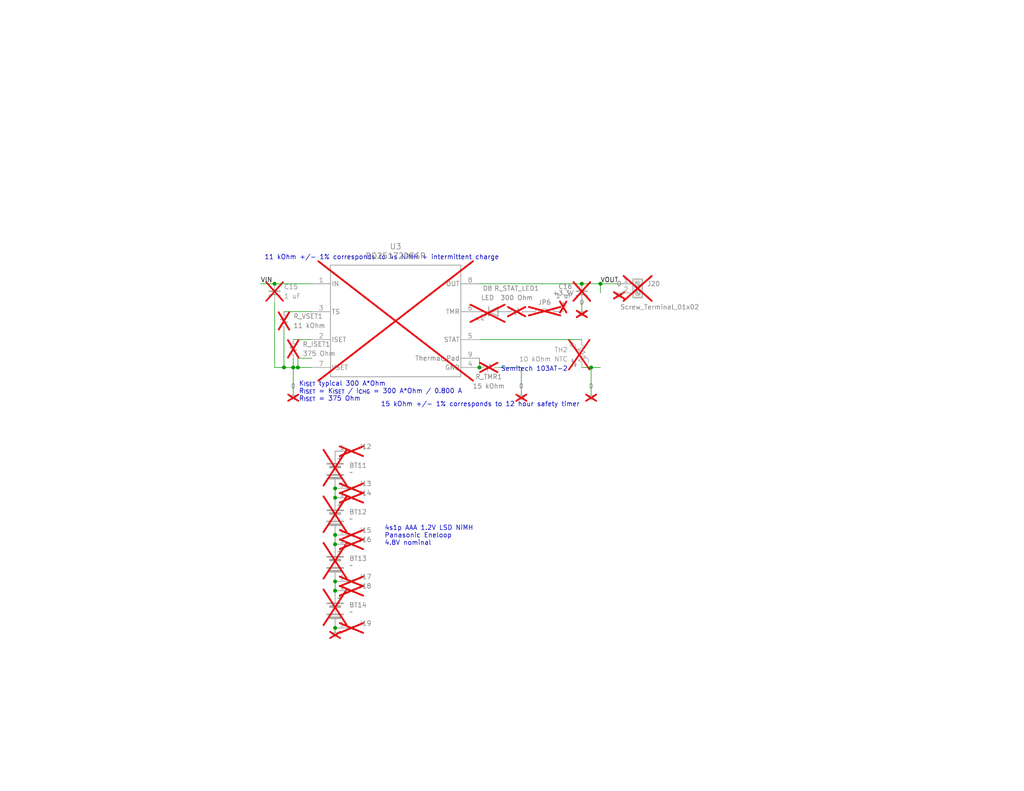
<source format=kicad_sch>
(kicad_sch (version 20250114) (generator "eeschema") (generator_version "9.0")
  (paper "USLetter")
  (title_block (title "ENTS Node Battery Module") (date "2025-08-26") (rev "3") (comment 1 "Jack Lin"))
  (lib_symbols
    (symbol "BQ25172:BQ25172DSGR" (pin_names (offset 0.254))
      (property "Reference" "U" (at 0 2.54 0))
      (property "Value" "BQ25172DSGR" (at 0 0 0))
      (symbol "BQ25172DSGR_0_1"
        (polyline (pts (xy 5.08 5.08) (xy 5.08 -25.4)) (stroke (width 0.2032)))
        (polyline (pts (xy 5.08 -25.4) (xy 40.64 -25.4)) (stroke (width 0.2032)))
        (polyline (pts (xy 40.64 5.08) (xy 5.08 5.08)) (stroke (width 0.2032)))
        (polyline (pts (xy 40.64 -25.4) (xy 40.64 5.08)) (stroke (width 0.2032)))
        (pin power_in line (at 0 0 0) (length 5.08) (name "IN") (number "1"))
        (pin input line (at 45.72 -7.62 180) (length 5.08) (name "TMR") (number "6"))
        (pin unspecified line (at 45.72 -20.32 180) (length 5.08) (name "Thermal_Pad") (number "9"))
        (pin power_in line (at 45.72 -22.86 180) (length 5.08) (name "GND") (number "4"))
      )
      (symbol "BQ25172DSGR_1_1"
        (pin input line (at 0 -7.62 0) (length 5.08) (name "TS") (number "3"))
        (pin input line (at 0 -15.24 0) (length 5.08) (name "ISET") (number "2"))
        (pin input line (at 0 -22.86 0) (length 5.08) (name "VSET") (number "7"))
        (pin power_out line (at 45.72 0 180) (length 5.08) (name "OUT") (number "8"))
        (pin output line (at 45.72 -15.24 180) (length 5.08) (name "STAT") (number "5"))
      )
    )
    (symbol "Connector:Conn_01x01_Socket" (pin_names (offset 1.016) (hide yes))
      (property "Reference" "J" (at 0 2.54 0))
      (property "Value" "Conn_01x01_Socket" (at 0 -2.54 0))
      (symbol "Conn_01x01_Socket_1_1"
        (polyline (pts (xy -1.27 0) (xy -0.508 0)) (stroke (width 0.1524)))
        (arc (start 0 -0.508) (mid -0.5058 0) (end 0 0.508) (stroke (width 0.1524)))
        (pin passive line (at -5.08 0 0) (length 3.81) (name "Pin_1") (number "1"))
      )
    )
    (symbol "Connector:Screw_Terminal_01x02" (pin_names (offset 1.016) (hide yes))
      (property "Reference" "J" (at 0 2.54 0))
      (property "Value" "Screw_Terminal_01x02" (at 0 -5.08 0))
      (symbol "Screw_Terminal_01x02_1_1"
        (rectangle (start -1.27 1.27) (end 1.27 -3.81) (stroke (width 0.254)) (fill (type background)))
        (polyline (pts (xy -0.5334 0.3302) (xy 0.3302 -0.508)) (stroke (width 0.1524)))
        (polyline (pts (xy -0.5334 -2.2098) (xy 0.3302 -3.048)) (stroke (width 0.1524)))
        (polyline (pts (xy -0.3556 0.508) (xy 0.508 -0.3302)) (stroke (width 0.1524)))
        (polyline (pts (xy -0.3556 -2.032) (xy 0.508 -2.8702)) (stroke (width 0.1524)))
        (circle (center 0 0) (radius 0.635) (stroke (width 0.1524)))
        (circle (center 0 -2.54) (radius 0.635) (stroke (width 0.1524)))
        (pin passive line (at -5.08 0 0) (length 3.81) (name "Pin_1") (number "1"))
        (pin passive line (at -5.08 -2.54 0) (length 3.81) (name "Pin_2") (number "2"))
      )
    )
    (symbol "Device:Battery" (pin_numbers (hide yes)) (pin_names (offset 0) (hide yes))
      (property "Reference" "BT" (at 2.54 2.54 0))
      (property "Value" "Battery" (at 2.54 0 0))
      (symbol "Battery_0_1"
        (rectangle (start -2.286 1.778) (end 2.286 1.524) (fill (type outline)))
        (rectangle (start -2.286 -1.27) (end 2.286 -1.524) (fill (type outline)))
        (rectangle (start -1.524 1.016) (end 1.524 0.508) (fill (type outline)))
        (rectangle (start -1.524 -2.032) (end 1.524 -2.54) (fill (type outline)))
        (polyline (pts (xy 0 1.778) (xy 0 2.54)))
        (polyline (pts (xy 0 0) (xy 0 0.254)))
        (polyline (pts (xy 0 -0.508) (xy 0 -0.254)))
        (polyline (pts (xy 0 -1.016) (xy 0 -0.762)))
        (polyline (pts (xy 0.762 3.048) (xy 1.778 3.048)) (stroke (width 0.254)))
        (polyline (pts (xy 1.27 3.556) (xy 1.27 2.54)) (stroke (width 0.254)))
      )
      (symbol "Battery_1_1"
        (pin passive line (at 0 5.08 270) (length 2.54) (name "+") (number "1"))
        (pin passive line (at 0 -5.08 90) (length 2.54) (name "-") (number "2"))
      )
    )
    (symbol "Device:C_Polarized_Small_US" (pin_numbers (hide yes)) (pin_names (offset 0.254) (hide yes))
      (property "Reference" "C" (at 0.254 1.778 0))
      (property "Value" "C_Polarized_Small_US" (at 0.254 -2.032 0))
      (symbol "C_Polarized_Small_US_0_1"
        (polyline (pts (xy -1.524 0.508) (xy 1.524 0.508)) (stroke (width 0.3048)))
        (polyline (pts (xy -1.27 1.524) (xy -0.762 1.524)))
        (polyline (pts (xy -1.016 1.27) (xy -1.016 1.778)))
        (arc (start -1.524 -0.762) (mid 0 -0.3734) (end 1.524 -0.762) (stroke (width 0.3048)))
      )
      (symbol "C_Polarized_Small_US_1_1"
        (pin passive line (at 0 2.54 270) (length 2.032) (name "~") (number "1"))
        (pin passive line (at 0 -2.54 90) (length 2.032) (name "~") (number "2"))
      )
    )
    (symbol "Device:LED" (pin_numbers (hide yes)) (pin_names (offset 1.016) (hide yes))
      (property "Reference" "D" (at 0 2.54 0))
      (property "Value" "LED" (at 0 -2.54 0))
      (symbol "LED_0_1"
        (polyline (pts (xy -3.048 -0.762) (xy -4.572 -2.286) (xy -3.81 -2.286) (xy -4.572 -2.286) (xy -4.572 -1.524)))
        (polyline (pts (xy -1.778 -0.762) (xy -3.302 -2.286) (xy -2.54 -2.286) (xy -3.302 -2.286) (xy -3.302 -1.524)))
        (polyline (pts (xy -1.27 0) (xy 1.27 0)))
        (polyline (pts (xy -1.27 -1.27) (xy -1.27 1.27)) (stroke (width 0.254)))
        (polyline (pts (xy 1.27 -1.27) (xy 1.27 1.27) (xy -1.27 0) (xy 1.27 -1.27)) (stroke (width 0.254)))
      )
      (symbol "LED_1_1"
        (pin passive line (at -3.81 0 0) (length 2.54) (name "K") (number "1"))
        (pin passive line (at 3.81 0 180) (length 2.54) (name "A") (number "2"))
      )
    )
    (symbol "Device:R_Small_US" (pin_numbers (hide yes)) (pin_names (offset 0.254) (hide yes))
      (property "Reference" "R" (at 0.762 0.508 0))
      (property "Value" "R_Small_US" (at 0.762 -1.016 0))
      (symbol "R_Small_US_1_1"
        (polyline (pts (xy 0 1.524) (xy 1.016 1.143) (xy 0 0.762) (xy -1.016 0.381) (xy 0 0)))
        (polyline (pts (xy 0 0) (xy 1.016 -0.381) (xy 0 -0.762) (xy -1.016 -1.143) (xy 0 -1.524)))
        (pin passive line (at 0 2.54 270) (length 1.016) (name "~") (number "1"))
        (pin passive line (at 0 -2.54 90) (length 1.016) (name "~") (number "2"))
      )
    )
    (symbol "Device:Thermistor_NTC_US" (pin_numbers (hide yes)) (pin_names (offset 0))
      (property "Reference" "TH" (at -4.445 0 90))
      (property "Value" "Thermistor_NTC_US" (at 3.175 0 90))
      (symbol "Thermistor_NTC_US_0_1"
        (arc (start -3.175 2.413) (mid -3.0506 2.3165) (end -3.048 2.159))
        (arc (start -3.048 2.794) (mid -2.9736 2.9736) (end -2.794 3.048))
        (arc (start -2.794 3.048) (mid -2.6144 2.9736) (end -2.54 2.794))
        (arc (start -2.794 2.54) (mid -2.9736 2.6144) (end -3.048 2.794))
        (arc (start -2.794 1.905) (mid -2.9736 1.9794) (end -3.048 2.159))
        (arc (start -2.54 2.159) (mid -2.6144 1.9794) (end -2.794 1.905))
        (arc (start -2.159 2.794) (mid -2.434 2.5608) (end -2.794 2.54))
        (polyline (pts (xy -2.54 2.159) (xy -2.54 2.794)))
        (polyline (pts (xy -2.54 -3.683) (xy -2.54 -1.397) (xy -2.794 -2.159) (xy -2.286 -2.159) (xy -2.54 -1.397) (xy -2.54 -1.651)) (fill (type outline)))
        (polyline (pts (xy -1.778 2.54) (xy -1.778 1.524) (xy 1.778 -1.524) (xy 1.778 -2.54)))
        (polyline (pts (xy -1.778 -1.397) (xy -1.778 -3.683) (xy -2.032 -2.921) (xy -1.524 -2.921) (xy -1.778 -3.683) (xy -1.778 -3.429)) (fill (type outline)))
        (polyline (pts (xy 0 2.286) (xy 0 2.54)))
        (polyline (pts (xy 0 2.286) (xy 1.016 1.905) (xy 0 1.524) (xy -1.016 1.143) (xy 0 0.762)))
        (polyline (pts (xy 0 0.762) (xy 1.016 0.381) (xy 0 0) (xy -1.016 -0.381) (xy 0 -0.762)))
        (polyline (pts (xy 0 -0.762) (xy 1.016 -1.143) (xy 0 -1.524) (xy -1.016 -1.905) (xy 0 -2.286)))
        (polyline (pts (xy 0 -2.286) (xy 0 -2.54)))
      )
      (symbol "Thermistor_NTC_US_1_1"
        (pin passive line (at 0 3.81 270) (length 1.27) (name "~") (number "1"))
        (pin passive line (at 0 -3.81 90) (length 1.27) (name "~") (number "2"))
      )
    )
    (symbol "Jumper:Jumper_2_Bridged" (pin_numbers (hide yes)) (pin_names (offset 0) (hide yes)) (exclude_from_sim yes)
      (property "Reference" "JP" (at 0 1.905 0))
      (property "Value" "Jumper_2_Bridged" (at 0 -2.54 0))
      (symbol "Jumper_2_Bridged_0_0"
        (circle (center -2.032 0) (radius 0.508))
        (circle (center 2.032 0) (radius 0.508))
      )
      (symbol "Jumper_2_Bridged_0_1"
        (arc (start -1.524 0.254) (mid 0 0.762) (end 1.524 0.254))
      )
      (symbol "Jumper_2_Bridged_1_1"
        (pin passive line (at -5.08 0 0) (length 2.54) (name "A") (number "1"))
        (pin passive line (at 5.08 0 180) (length 2.54) (name "B") (number "2"))
      )
    )
    (symbol "Simulation_SPICE:0" (power) (pin_numbers (hide yes)) (pin_names (offset 0) (hide yes))
      (property "Value" "0" (at 0 -2.54 0))
      (symbol "0_0_1"
        (polyline (pts (xy -1.27 0) (xy 0 -1.27) (xy 1.27 0) (xy -1.27 0)))
      )
      (symbol "0_1_1"
        (pin power_in line (at 0 0 0) (length 0) (name "~") (number "1"))
      )
    )
    (symbol "power:+3.3V" (power) (pin_numbers (hide yes)) (pin_names (offset 0) (hide yes))
      (property "Value" "+3.3V" (at 0 3.556 0))
      (symbol "+3.3V_0_1"
        (polyline (pts (xy -0.762 1.27) (xy 0 2.54)))
        (polyline (pts (xy 0 2.54) (xy 0.762 1.27)))
        (polyline (pts (xy 0 0) (xy 0 2.54)))
      )
      (symbol "+3.3V_1_1"
        (pin power_in line (at 0 0 90) (length 0) (name "~") (number "1"))
      )
    )
  )
  (text "Semitech 103AT-2" (at 136.652 100.838 0) (effects (font (size 1.27 1.27)) (justify left)))
  (text "11 kOhm +/- 1% corresponds to 4s NiMH + intermittent charge" (at 72.136 70.358 0) (effects (font (size 1.27 1.27)) (justify left)))
  (text "4s1p AAA 1.2V LSD NiMH\nPanasonic Eneloop\n4.8V nominal" (at 104.902 146.304 0) (effects (font (size 1.27 1.27)) (justify left)))
  (text "K_{ISET} typical 300 A*Ohm\nR_{ISET} = K_{ISET} / I_{CHG} = 300 A*Ohm / 0.800 A\nR_{ISET} = 375 Ohm" (at 81.534 106.934 0) (effects (font (size 1.27 1.27)) (justify left)))
  (text "15 kOhm +/- 1% corresponds to 12 hour safety timer" (at 103.886 110.49 0) (effects (font (size 1.27 1.27)) (justify left)))
  (junction (at 130.81 100.33))
  (junction (at 81.28 100.33))
  (junction (at 91.44 146.05))
  (junction (at 74.93 77.47))
  (junction (at 161.29 100.33))
  (junction (at 91.44 158.75))
  (junction (at 163.83 77.47))
  (junction (at 91.44 161.29))
  (junction (at 77.47 100.33))
  (junction (at 158.75 77.47))
  (junction (at 91.44 133.35))
  (junction (at 91.44 148.59))
  (junction (at 91.44 171.45))
  (junction (at 91.44 135.89))
  (junction (at 80.01 100.33))
  (wire (pts (xy 161.29 100.33) (xy 161.29 107.95)))
  (wire (pts (xy 163.83 77.47) (xy 168.91 77.47)))
  (wire (pts (xy 130.81 92.71) (xy 158.75 92.71)))
  (wire (pts (xy 91.44 133.35) (xy 91.44 135.89)))
  (wire (pts (xy 74.93 100.33) (xy 77.47 100.33)))
  (wire (pts (xy 91.44 171.45) (xy 91.44 172.72)))
  (wire (pts (xy 80.01 100.33) (xy 80.01 107.95)))
  (wire (pts (xy 80.01 92.71) (xy 85.09 92.71)))
  (wire (pts (xy 85.09 97.79) (xy 81.28 97.79)))
  (wire (pts (xy 80.01 97.79) (xy 80.01 100.33)))
  (wire (pts (xy 158.75 77.47) (xy 163.83 77.47)))
  (wire (pts (xy 130.81 97.79) (xy 130.81 100.33)))
  (wire (pts (xy 158.75 82.55) (xy 158.75 85.09)))
  (wire (pts (xy 91.44 158.75) (xy 91.44 161.29)))
  (wire (pts (xy 81.28 97.79) (xy 81.28 100.33)))
  (wire (pts (xy 71.12 77.47) (xy 74.93 77.47)))
  (wire (pts (xy 80.01 100.33) (xy 81.28 100.33)))
  (wire (pts (xy 161.29 100.33) (xy 163.83 100.33)))
  (wire (pts (xy 158.75 100.33) (xy 161.29 100.33)))
  (wire (pts (xy 135.89 100.33) (xy 142.24 100.33)))
  (wire (pts (xy 81.28 100.33) (xy 85.09 100.33)))
  (wire (pts (xy 77.47 100.33) (xy 80.01 100.33)))
  (wire (pts (xy 74.93 77.47) (xy 85.09 77.47)))
  (wire (pts (xy 77.47 90.17) (xy 77.47 100.33)))
  (wire (pts (xy 77.47 85.09) (xy 85.09 85.09)))
  (wire (pts (xy 74.93 82.55) (xy 74.93 100.33)))
  (wire (pts (xy 142.24 100.33) (xy 142.24 107.95)))
  (wire (pts (xy 130.81 77.47) (xy 158.75 77.47)))
  (wire (pts (xy 91.44 146.05) (xy 91.44 148.59)))
  (wire (pts (xy 163.83 77.47) (xy 163.83 80.01)))
  (label "VIN" (at 71.12 77.47 0))
  (label "VOUT" (at 163.83 77.47 0))
  (symbol (lib_id "Device:R_Small_US") (at 77.47 87.63 0) (unit 1) (in_bom no) (on_board no) (dnp yes)
    (property "Reference" "R_VSET1" (at 80.01 86.3599 0) (effects (justify left)))
    (property "Value" "11 kOhm" (at 80.01 88.8999 0) (effects (justify left)))
    (property "Footprint" "Resistor_SMD:R_0603_1608Metric" (effects (hide yes)))
    (property "Description" "Resistor, small US symbol" (effects (hide yes)))
  )
  (symbol (lib_id "Simulation_SPICE:0") (at 168.91 80.01 0) (unit 1) (in_bom no) (on_board no) (dnp yes)
    (property "Reference" "#GND036" (effects (hide yes)))
    (property "Value" "0" (at 168.91 77.47 0))
    (property "Datasheet" "https://ngspice.sourceforge.io/docs/ngspice-html-manual/manual.xhtml#subsec_Circuit_elements__device" (effects (hide yes)))
    (property "Description" "0V reference potential for simulation" (effects (hide yes)))
  )
  (symbol (lib_id "Jumper:Jumper_2_Bridged") (at 148.59 85.09 0) (unit 1) (exclude_from_sim yes) (in_bom no) (on_board no) (dnp yes)
    (property "Reference" "JP6" (at 148.59 82.55 0))
    (property "Value" "Jumper_2_Bridged" (effects (hide yes)))
    (property "Footprint" "Connector_PinHeader_2.54mm:PinHeader_1x02_P2.54mm_Vertical" (effects (hide yes)))
    (property "Description" "Jumper, 2-pole, closed/bridged" (effects (hide yes)))
  )
  (symbol (lib_id "Simulation_SPICE:0") (at 161.29 107.95 0) (unit 1) (in_bom no) (on_board no) (dnp yes)
    (property "Reference" "#GND035" (effects (hide yes)))
    (property "Value" "0" (at 161.29 105.41 0))
    (property "Datasheet" "https://ngspice.sourceforge.io/docs/ngspice-html-manual/manual.xhtml#subsec_Circuit_elements__device" (effects (hide yes)))
    (property "Description" "0V reference potential for simulation" (effects (hide yes)))
  )
  (symbol (lib_id "power:+3.3V") (at 153.67 85.09 0) (unit 1) (in_bom no) (on_board no) (dnp yes)
    (property "Reference" "#PWR01" (effects (hide yes)))
    (property "Value" "+3.3V" (at 153.67 80.01 0))
    (property "Description" "Power symbol creates a global label with name \"+3.3V\"" (effects (hide yes)))
  )
  (symbol (lib_id "Connector:Conn_01x01_Socket") (at 96.52 161.29 0) (unit 1) (in_bom no) (on_board no) (dnp yes)
    (property "Reference" "J18" (at 97.79 160.0199 0) (effects (justify left)))
    (property "Value" "Conn_01x01_Socket" (effects (hide yes)))
    (property "Footprint" "Keystone82:BAT_82" (effects (hide yes)))
    (property "Description" "Generic connector, single row, 01x01, script generated" (effects (hide yes)))
  )
  (symbol (lib_id "Connector:Conn_01x01_Socket") (at 96.52 133.35 0) (unit 1) (in_bom no) (on_board no) (dnp yes)
    (property "Reference" "J13" (at 97.79 132.0799 0) (effects (justify left)))
    (property "Value" "Conn_01x01_Socket" (effects (hide yes)))
    (property "Footprint" "Keystone82:BAT_82" (effects (hide yes)))
    (property "Description" "Generic connector, single row, 01x01, script generated" (effects (hide yes)))
  )
  (symbol (lib_id "Simulation_SPICE:0") (at 80.01 107.95 0) (unit 1) (in_bom no) (on_board no) (dnp yes)
    (property "Reference" "#GND031" (effects (hide yes)))
    (property "Value" "0" (at 80.01 105.41 0))
    (property "Datasheet" "https://ngspice.sourceforge.io/docs/ngspice-html-manual/manual.xhtml#subsec_Circuit_elements__device" (effects (hide yes)))
    (property "Description" "0V reference potential for simulation" (effects (hide yes)))
  )
  (symbol (lib_id "Device:C_Polarized_Small_US") (at 158.75 80.01 0) (unit 1) (in_bom no) (on_board no) (dnp yes)
    (property "Reference" "C16" (at 156.21 78.232 0) (effects (justify right)))
    (property "Value" "1 uF" (at 156.21 80.772 0) (effects (justify right)))
    (property "Footprint" "Capacitor_SMD:CP_Elec_5x3" (effects (hide yes)))
    (property "Description" "Polarized capacitor, small US symbol" (effects (hide yes)))
  )
  (symbol (lib_id "Simulation_SPICE:0") (at 158.75 85.09 0) (unit 1) (in_bom no) (on_board no) (dnp yes)
    (property "Reference" "#GND034" (effects (hide yes)))
    (property "Value" "0" (at 158.75 82.55 0))
    (property "Datasheet" "https://ngspice.sourceforge.io/docs/ngspice-html-manual/manual.xhtml#subsec_Circuit_elements__device" (effects (hide yes)))
    (property "Description" "0V reference potential for simulation" (effects (hide yes)))
  )
  (symbol (lib_id "Device:LED") (at 134.62 85.09 0) (unit 1) (in_bom no) (on_board no) (dnp yes)
    (property "Reference" "D8" (at 133.0325 78.74 0))
    (property "Value" "LED" (at 133.0325 81.28 0))
    (property "Footprint" "LED_SMD:LED_0603_1608Metric" (effects (hide yes)))
    (property "Description" "Light emitting diode" (effects (hide yes)))
  )
  (symbol (lib_id "BQ25172:BQ25172DSGR") (at 85.09 77.47 0) (unit 1) (in_bom no) (on_board no) (dnp yes)
    (property "Reference" "U3" (at 107.95 67.31 0) (effects (font (size 1.524 1.524))))
    (property "Value" "BQ25172DSGR" (at 107.95 69.85 0) (effects (font (size 1.524 1.524))))
    (property "Footprint" "DSG0008A-IPC_A" (effects (hide yes)))
    (property "Datasheet" "BQ25172DSGR" (effects (hide yes)))
  )
  (symbol (lib_id "Connector:Conn_01x01_Socket") (at 96.52 135.89 0) (unit 1) (in_bom no) (on_board no) (dnp yes)
    (property "Reference" "J14" (at 97.79 134.6199 0) (effects (justify left)))
    (property "Value" "Conn_01x01_Socket" (effects (hide yes)))
    (property "Footprint" "Keystone82:BAT_82" (effects (hide yes)))
    (property "Description" "Generic connector, single row, 01x01, script generated" (effects (hide yes)))
  )
  (symbol (lib_id "Simulation_SPICE:0") (at 91.44 172.72 0) (unit 1) (in_bom no) (on_board no) (dnp yes)
    (property "Reference" "#GND032" (effects (hide yes)))
    (property "Value" "0" (effects (hide yes)))
    (property "Datasheet" "https://ngspice.sourceforge.io/docs/ngspice-html-manual/manual.xhtml#subsec_Circuit_elements__device" (effects (hide yes)))
    (property "Description" "0V reference potential for simulation" (effects (hide yes)))
  )
  (symbol (lib_id "Connector:Conn_01x01_Socket") (at 96.52 146.05 0) (unit 1) (in_bom no) (on_board no) (dnp yes)
    (property "Reference" "J15" (at 97.79 144.7799 0) (effects (justify left)))
    (property "Value" "Conn_01x01_Socket" (effects (hide yes)))
    (property "Footprint" "Keystone82:BAT_82" (effects (hide yes)))
    (property "Description" "Generic connector, single row, 01x01, script generated" (effects (hide yes)))
  )
  (symbol (lib_id "Device:Battery") (at 91.44 153.67 0) (unit 1) (in_bom no) (on_board no) (dnp yes)
    (property "Reference" "BT13" (at 95.25 152.4634 0) (effects (justify left)))
    (property "Value" "~" (at 95.25 154.3685 0) (effects (justify left)))
    (property "Footprint" "Battery:BatteryHolder_Keystone_2468_2xAAA" (effects (hide yes)))
    (property "Description" "Multiple-cell battery" (effects (hide yes)))
  )
  (symbol (lib_id "Connector:Conn_01x01_Socket") (at 96.52 148.59 0) (unit 1) (in_bom no) (on_board no) (dnp yes)
    (property "Reference" "J16" (at 97.79 147.3199 0) (effects (justify left)))
    (property "Value" "Conn_01x01_Socket" (effects (hide yes)))
    (property "Footprint" "Keystone82:BAT_82" (effects (hide yes)))
    (property "Description" "Generic connector, single row, 01x01, script generated" (effects (hide yes)))
  )
  (symbol (lib_id "Connector:Conn_01x01_Socket") (at 96.52 158.75 0) (unit 1) (in_bom no) (on_board no) (dnp yes)
    (property "Reference" "J17" (at 97.79 157.4799 0) (effects (justify left)))
    (property "Value" "Conn_01x01_Socket" (effects (hide yes)))
    (property "Footprint" "Keystone82:BAT_82" (effects (hide yes)))
    (property "Description" "Generic connector, single row, 01x01, script generated" (effects (hide yes)))
  )
  (symbol (lib_id "Device:R_Small_US") (at 140.97 85.09 90) (unit 1) (in_bom no) (on_board no) (dnp yes)
    (property "Reference" "R_STAT_LED1" (at 140.97 78.74 90))
    (property "Value" "300 Ohm" (at 140.97 81.28 90))
    (property "Footprint" "Resistor_SMD:R_0603_1608Metric" (effects (hide yes)))
    (property "Description" "Resistor, small US symbol" (effects (hide yes)))
  )
  (symbol (lib_id "Connector:Conn_01x01_Socket") (at 96.52 171.45 0) (unit 1) (in_bom no) (on_board no) (dnp yes)
    (property "Reference" "J19" (at 97.79 170.1799 0) (effects (justify left)))
    (property "Value" "Conn_01x01_Socket" (effects (hide yes)))
    (property "Footprint" "Keystone82:BAT_82" (effects (hide yes)))
    (property "Description" "Generic connector, single row, 01x01, script generated" (effects (hide yes)))
  )
  (symbol (lib_id "Connector:Conn_01x01_Socket") (at 96.52 123.19 0) (unit 1) (in_bom no) (on_board no) (dnp yes)
    (property "Reference" "J12" (at 97.79 121.9199 0) (effects (justify left)))
    (property "Value" "Conn_01x01_Socket" (effects (hide yes)))
    (property "Footprint" "Keystone82:BAT_82" (effects (hide yes)))
    (property "Description" "Generic connector, single row, 01x01, script generated" (effects (hide yes)))
  )
  (symbol (lib_id "Device:R_Small_US") (at 133.35 100.33 90) (unit 1) (in_bom no) (on_board no) (dnp yes)
    (property "Reference" "R_TMR1" (at 133.35 102.87 90))
    (property "Value" "15 kOhm" (at 133.35 105.41 90))
    (property "Footprint" "Resistor_SMD:R_0603_1608Metric" (effects (hide yes)))
    (property "Description" "Resistor, small US symbol" (effects (hide yes)))
  )
  (symbol (lib_id "Device:Battery") (at 91.44 166.37 0) (unit 1) (in_bom no) (on_board no) (dnp yes)
    (property "Reference" "BT14" (at 95.25 165.1634 0) (effects (justify left)))
    (property "Value" "~" (at 95.25 167.0685 0) (effects (justify left)))
    (property "Footprint" "Battery:BatteryHolder_Keystone_2468_2xAAA" (effects (hide yes)))
    (property "Description" "Multiple-cell battery" (effects (hide yes)))
  )
  (symbol (lib_id "Connector:Screw_Terminal_01x02") (at 173.99 77.47 0) (unit 1) (in_bom no) (on_board no) (dnp yes)
    (property "Reference" "J20" (at 176.53 77.4699 0) (effects (justify left)))
    (property "Value" "Screw_Terminal_01x02" (at 169.164 83.82 0) (effects (justify left)))
    (property "Footprint" "TerminalBlock_Phoenix:TerminalBlock_Phoenix_MKDS-1,5-2-5.08_1x02_P5.08mm_Horizontal" (effects (hide yes)))
    (property "Description" "Generic screw terminal, single row, 01x02, script generated (kicad-library-utils/schlib/autogen/connector/)" (effects (hide yes)))
  )
  (symbol (lib_id "Device:Battery") (at 91.44 140.97 0) (unit 1) (in_bom no) (on_board no) (dnp yes)
    (property "Reference" "BT12" (at 95.25 139.7634 0) (effects (justify left)))
    (property "Value" "~" (at 95.25 141.6685 0) (effects (justify left)))
    (property "Footprint" "Battery:BatteryHolder_Keystone_2468_2xAAA" (effects (hide yes)))
    (property "Description" "Multiple-cell battery" (effects (hide yes)))
  )
  (symbol (lib_id "Device:C_Polarized_Small_US") (at 74.93 80.01 0) (unit 1) (in_bom no) (on_board no) (dnp yes)
    (property "Reference" "C15" (at 77.47 78.3081 0) (effects (justify left)))
    (property "Value" "1 uF" (at 77.47 80.8481 0) (effects (justify left)))
    (property "Footprint" "Capacitor_SMD:CP_Elec_5x3" (effects (hide yes)))
    (property "Description" "Polarized capacitor, small US symbol" (effects (hide yes)))
  )
  (symbol (lib_id "Device:Battery") (at 91.44 128.27 0) (unit 1) (in_bom no) (on_board no) (dnp yes)
    (property "Reference" "BT11" (at 95.25 127.0634 0) (effects (justify left)))
    (property "Value" "~" (at 95.25 128.9685 0) (effects (justify left)))
    (property "Footprint" "Battery:BatteryHolder_Keystone_2468_2xAAA" (effects (hide yes)))
    (property "Description" "Multiple-cell battery" (effects (hide yes)))
  )
  (symbol (lib_id "Simulation_SPICE:0") (at 142.24 107.95 0) (unit 1) (in_bom no) (on_board no) (dnp yes)
    (property "Reference" "#GND033" (effects (hide yes)))
    (property "Value" "0" (at 142.24 105.41 0))
    (property "Datasheet" "https://ngspice.sourceforge.io/docs/ngspice-html-manual/manual.xhtml#subsec_Circuit_elements__device" (effects (hide yes)))
    (property "Description" "0V reference potential for simulation" (effects (hide yes)))
  )
  (symbol (lib_id "Device:R_Small_US") (at 80.01 95.25 0) (unit 1) (in_bom no) (on_board no) (dnp yes)
    (property "Reference" "R_ISET1" (at 82.55 93.9799 0) (effects (justify left)))
    (property "Value" "375 Ohm" (at 82.55 96.5199 0) (effects (justify left)))
    (property "Footprint" "Resistor_SMD:R_0603_1608Metric" (effects (hide yes)))
    (property "Description" "Resistor, small US symbol" (effects (hide yes)))
  )
  (symbol (lib_id "Device:Thermistor_NTC_US") (at 158.75 96.52 0) (unit 1) (in_bom no) (on_board no) (dnp yes)
    (property "Reference" "TH2" (at 154.94 95.504 0) (effects (justify right)))
    (property "Value" "10 kOhm NTC" (at 154.94 98.044 0) (effects (justify right)))
    (property "Footprint" "Connector_PinHeader_2.54mm:PinHeader_1x02_P2.54mm_Vertical" (effects (hide yes)))
    (property "Description" "Temperature dependent resistor, negative temperature coefficient, US symbol" (effects (hide yes)))
  )
)
</source>
